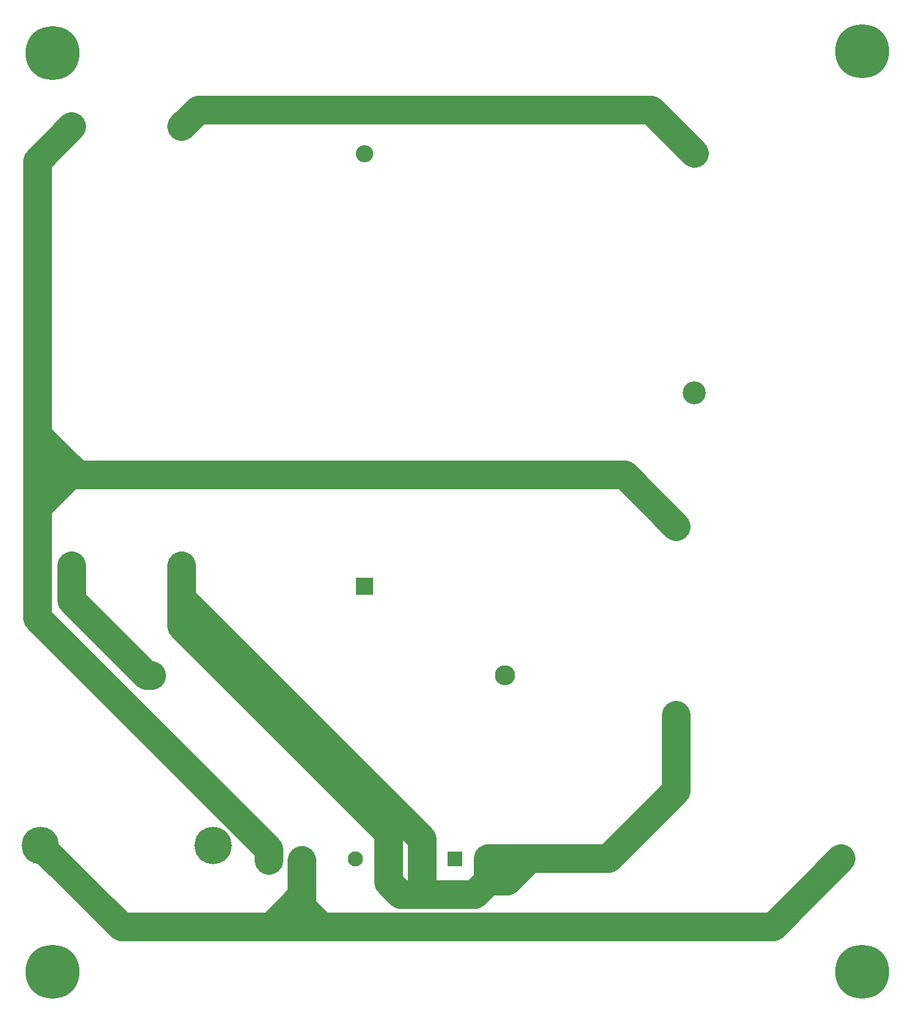
<source format=gbr>
%TF.GenerationSoftware,KiCad,Pcbnew,7.0.8-7.0.8~ubuntu20.04.1*%
%TF.CreationDate,2023-10-09T21:02:50+02:00*%
%TF.ProjectId,X-over for bookshelf-1,582d6f76-6572-4206-966f-7220626f6f6b,rev?*%
%TF.SameCoordinates,Original*%
%TF.FileFunction,Copper,L1,Top*%
%TF.FilePolarity,Positive*%
%FSLAX46Y46*%
G04 Gerber Fmt 4.6, Leading zero omitted, Abs format (unit mm)*
G04 Created by KiCad (PCBNEW 7.0.8-7.0.8~ubuntu20.04.1) date 2023-10-09 21:02:50*
%MOMM*%
%LPD*%
G01*
G04 APERTURE LIST*
G04 Aperture macros list*
%AMRoundRect*
0 Rectangle with rounded corners*
0 $1 Rounding radius*
0 $2 $3 $4 $5 $6 $7 $8 $9 X,Y pos of 4 corners*
0 Add a 4 corners polygon primitive as box body*
4,1,4,$2,$3,$4,$5,$6,$7,$8,$9,$2,$3,0*
0 Add four circle primitives for the rounded corners*
1,1,$1+$1,$2,$3*
1,1,$1+$1,$4,$5*
1,1,$1+$1,$6,$7*
1,1,$1+$1,$8,$9*
0 Add four rect primitives between the rounded corners*
20,1,$1+$1,$2,$3,$4,$5,0*
20,1,$1+$1,$4,$5,$6,$7,0*
20,1,$1+$1,$6,$7,$8,$9,0*
20,1,$1+$1,$8,$9,$2,$3,0*%
G04 Aperture macros list end*
%TA.AperFunction,ComponentPad*%
%ADD10C,2.400000*%
%TD*%
%TA.AperFunction,ComponentPad*%
%ADD11O,2.400000X2.400000*%
%TD*%
%TA.AperFunction,ComponentPad*%
%ADD12R,2.400000X2.400000*%
%TD*%
%TA.AperFunction,ComponentPad*%
%ADD13C,7.500000*%
%TD*%
%TA.AperFunction,ComponentPad*%
%ADD14R,2.800000X2.800000*%
%TD*%
%TA.AperFunction,ComponentPad*%
%ADD15O,2.800000X2.800000*%
%TD*%
%TA.AperFunction,ComponentPad*%
%ADD16C,5.200000*%
%TD*%
%TA.AperFunction,ComponentPad*%
%ADD17C,3.200000*%
%TD*%
%TA.AperFunction,ComponentPad*%
%ADD18RoundRect,0.250001X0.799999X0.799999X-0.799999X0.799999X-0.799999X-0.799999X0.799999X-0.799999X0*%
%TD*%
%TA.AperFunction,ComponentPad*%
%ADD19C,2.100000*%
%TD*%
%TA.AperFunction,ComponentPad*%
%ADD20C,2.600000*%
%TD*%
%TA.AperFunction,Conductor*%
%ADD21C,4.000000*%
%TD*%
%TA.AperFunction,Conductor*%
%ADD22C,2.000000*%
%TD*%
G04 APERTURE END LIST*
D10*
%TO.P,R1,1*%
%TO.N,Net-(L3-Pad2)*%
X66060000Y-57640000D03*
D11*
%TO.P,R1,2*%
%TO.N,Net-(J2-Pin_2)*%
X66060000Y-118600000D03*
%TD*%
D12*
%TO.P,C2,1*%
%TO.N,Net-(J2-Pin_1)*%
X91440000Y-121440000D03*
D11*
%TO.P,C2,2*%
%TO.N,Net-(C2-Pad2)*%
X91440000Y-61440000D03*
%TD*%
D13*
%TO.P,H4,1*%
%TO.N,N/C*%
X48200000Y-174940000D03*
%TD*%
%TO.P,H3,1*%
%TO.N,N/C*%
X48200000Y-47440000D03*
%TD*%
%TO.P,H1,1*%
%TO.N,N/C*%
X160440000Y-174940000D03*
%TD*%
D14*
%TO.P,C3,1*%
%TO.N,Net-(C3-Pad1)*%
X61880000Y-133840000D03*
D15*
%TO.P,C3,2*%
%TO.N,Net-(J2-Pin_1)*%
X110880000Y-133840000D03*
%TD*%
D16*
%TO.P,L1,1,1*%
%TO.N,Net-(J1-Pin_1)*%
X46490000Y-157440000D03*
%TO.P,L1,2,2*%
%TO.N,Net-(J2-Pin_4)*%
X70390000Y-157440000D03*
%TD*%
D14*
%TO.P,C1,1*%
%TO.N,Net-(J2-Pin_2)*%
X108500000Y-159240000D03*
D15*
%TO.P,C1,2*%
%TO.N,Net-(J1-Pin_1)*%
X157500000Y-159240000D03*
%TD*%
D13*
%TO.P,H2,1*%
%TO.N,N/C*%
X160440001Y-47190000D03*
%TD*%
D17*
%TO.P,L3,1,1*%
%TO.N,Net-(C2-Pad2)*%
X137180000Y-94595000D03*
%TO.P,L3,2,2*%
%TO.N,Net-(L3-Pad2)*%
X137180000Y-61325000D03*
%TD*%
D18*
%TO.P,J1,1,Pin_1*%
%TO.N,Net-(J1-Pin_1)*%
X82740001Y-159440000D03*
D19*
%TO.P,J1,2,Pin_2*%
%TO.N,Net-(J1-Pin_2)*%
X78140001Y-159440000D03*
%TD*%
D10*
%TO.P,R2,1*%
%TO.N,Net-(J1-Pin_2)*%
X50820000Y-57640000D03*
D11*
%TO.P,R2,2*%
%TO.N,Net-(C3-Pad1)*%
X50820000Y-118600000D03*
%TD*%
D18*
%TO.P,J2,1,Pin_1*%
%TO.N,Net-(J2-Pin_1)*%
X103951000Y-159297000D03*
D19*
%TO.P,J2,2,Pin_2*%
%TO.N,Net-(J2-Pin_2)*%
X99351000Y-159297000D03*
%TO.P,J2,3,Pin_3*%
X94751000Y-159297000D03*
%TO.P,J2,4,Pin_4*%
%TO.N,Net-(J2-Pin_4)*%
X90151000Y-159297000D03*
%TD*%
D20*
%TO.P,L2,1,1*%
%TO.N,Net-(J1-Pin_2)*%
X134640000Y-113140000D03*
%TO.P,L2,2,2*%
%TO.N,Net-(J2-Pin_2)*%
X134640000Y-139300000D03*
%TD*%
D21*
%TO.N,Net-(J2-Pin_2)*%
X134640000Y-149776000D02*
X134640000Y-139299999D01*
X125176000Y-159240000D02*
X134640000Y-149776000D01*
X111160000Y-162380000D02*
X114300000Y-159240000D01*
X99351000Y-164101000D02*
X99440000Y-164190000D01*
X108500000Y-162380000D02*
X111160000Y-162380000D01*
X99351000Y-159297000D02*
X99351000Y-156471000D01*
X66060000Y-118600000D02*
X66060000Y-123180000D01*
X94751000Y-155628000D02*
X94751000Y-159297000D01*
X94751000Y-162501000D02*
X96440000Y-164190000D01*
X108500000Y-162380000D02*
X108500000Y-159240000D01*
X96440000Y-164190000D02*
X99440000Y-164190000D01*
X99440000Y-164190000D02*
X106690000Y-164190000D01*
X108500000Y-159240000D02*
X114300000Y-159240000D01*
X66060000Y-126937000D02*
X94751000Y-155628000D01*
X99351000Y-159297000D02*
X99351000Y-164101000D01*
X114300000Y-159240000D02*
X125176000Y-159240000D01*
X66060000Y-123180000D02*
X66060000Y-126937000D01*
X106690000Y-164190000D02*
X108500000Y-162380000D01*
X99351000Y-156471000D02*
X66060000Y-123180000D01*
X94751000Y-159297000D02*
X94751000Y-162501000D01*
%TO.N,Net-(J1-Pin_1)*%
X82740001Y-164389999D02*
X78440000Y-168690000D01*
X82740001Y-161440000D02*
X82740001Y-165990001D01*
X148050000Y-168690000D02*
X157500000Y-159240001D01*
X82740001Y-165990001D02*
X85440000Y-168690000D01*
X46490000Y-157440000D02*
X46490000Y-157490000D01*
X85440000Y-168690000D02*
X148050000Y-168690000D01*
X82740001Y-159440000D02*
X82740001Y-161440000D01*
X46490000Y-157490000D02*
X57690000Y-168690000D01*
D22*
X157500000Y-159240000D02*
X157500000Y-159240001D01*
D21*
X82740001Y-161440000D02*
X82740001Y-164389999D01*
X78440000Y-168690000D02*
X85440000Y-168690000D01*
X57690000Y-168690000D02*
X78440000Y-168690000D01*
%TO.N,Net-(C3-Pad1)*%
X50820000Y-123433000D02*
X61227000Y-133839999D01*
X50820000Y-123433000D02*
X50820000Y-118600000D01*
X61227000Y-133839999D02*
X61880000Y-133840000D01*
%TO.N,Net-(J1-Pin_2)*%
X46058000Y-110440000D02*
X46058000Y-125895510D01*
X78140002Y-157977511D02*
X78140002Y-159440000D01*
X51606000Y-105988000D02*
X46058000Y-100440000D01*
X62575000Y-105988000D02*
X50510000Y-105988000D01*
X50510000Y-105988000D02*
X46058000Y-110440000D01*
X50820000Y-57640000D02*
X46058000Y-62402000D01*
X46058000Y-62402000D02*
X46058000Y-100440000D01*
X46058000Y-110440000D02*
X48440000Y-108058000D01*
X127488000Y-105988000D02*
X134640000Y-113140000D01*
X46058000Y-125895510D02*
X78140002Y-157977511D01*
X62575000Y-105988000D02*
X127488000Y-105988000D01*
X62575000Y-105988000D02*
X51606000Y-105988000D01*
X46058000Y-100440000D02*
X46058000Y-110440000D01*
X48440000Y-108058000D02*
X48440000Y-105440000D01*
%TO.N,Net-(L3-Pad2)*%
X68383000Y-55317001D02*
X131172000Y-55317000D01*
X131172000Y-55317000D02*
X137180000Y-61325000D01*
X66060000Y-57640000D02*
X68383000Y-55317001D01*
%TD*%
M02*

</source>
